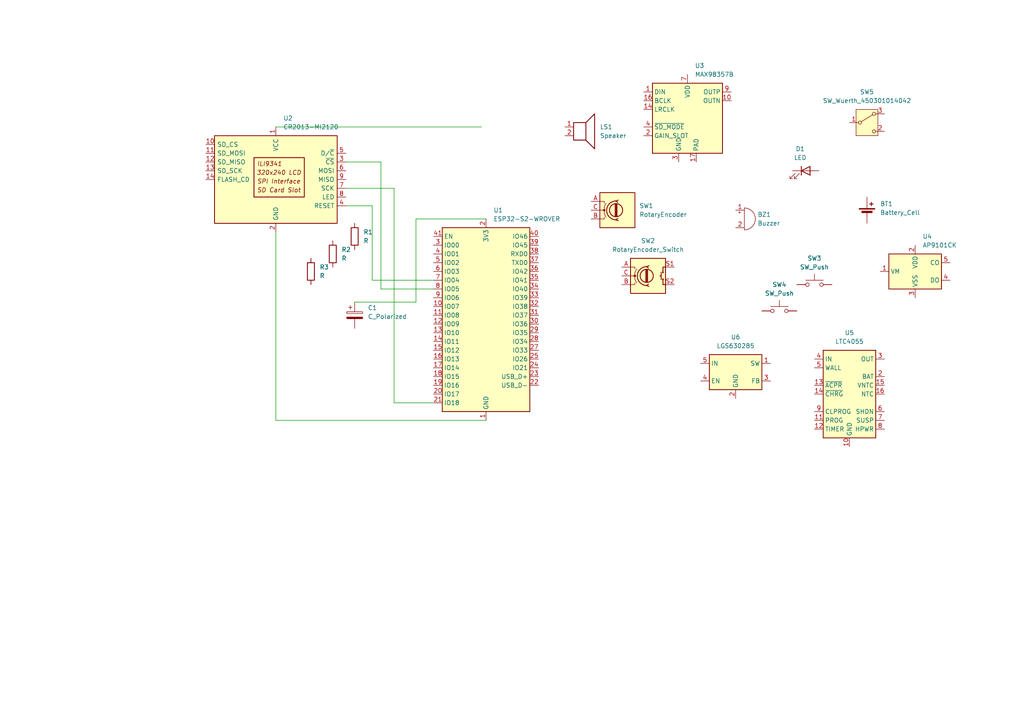
<source format=kicad_sch>
(kicad_sch (version 20250114) (generator "eeschema") (generator_version "9.0")
  (paper "A4")
  (lib_symbols
    (symbol "Audio:MAX98357B"
      (property "Reference" "U" (at -8.89 11.43 0))
      (property "Value" "MAX98357B" (at 10.16 11.43 0))
      (symbol "MAX98357B_1_1"
        (rectangle (start -10.16 10.16) (end 10.16 -10.16) (stroke (width 0.254)) (fill (type background)))
        (pin input line (at -12.7 7.62 0) (length 2.54) (name "DIN") (number "1"))
        (pin input line (at -12.7 5.08 0) (length 2.54) (name "BCLK") (number "16"))
        (pin input line (at -12.7 2.54 0) (length 2.54) (name "LRCLK") (number "14"))
        (pin input line (at -12.7 -2.54 0) (length 2.54) (name "~{SD_MODE}") (number "4"))
        (pin passive line (at -12.7 -5.08 0) (length 2.54) (name "GAIN_SLOT") (number "2"))
        (pin passive line (at -2.54 -12.7 90) (length 2.54) (hide yes) (name "GND") (number "11"))
        (pin passive line (at -2.54 -12.7 90) (length 2.54) (hide yes) (name "GND") (number "15"))
        (pin power_in line (at -2.54 -12.7 90) (length 2.54) (name "GND") (number "3"))
        (pin power_in line (at 0 12.7 270) (length 2.54) (name "VDD") (number "7"))
        (pin passive line (at 0 12.7 270) (length 2.54) (hide yes) (name "VDD") (number "8"))
        (pin unspecified line (at 2.54 -12.7 90) (length 2.54) (name "PAD") (number "17"))
        (pin no_connect line (at 10.16 2.54 180) (length 2.54) (hide yes) (name "NC") (number "5"))
        (pin no_connect line (at 10.16 0 180) (length 2.54) (hide yes) (name "NC") (number "6"))
        (pin no_connect line (at 10.16 -5.08 180) (length 2.54) (hide yes) (name "NC") (number "12"))
        (pin no_connect line (at 10.16 -7.62 180) (length 2.54) (hide yes) (name "NC") (number "13"))
        (pin output line (at 12.7 7.62 180) (length 2.54) (name "OUTP") (number "9"))
        (pin output line (at 12.7 5.08 180) (length 2.54) (name "OUTN") (number "10"))
      )
    )
    (symbol "Battery_Management:AP9101CK"
      (property "Reference" "U" (at -7.62 6.35 0))
      (property "Value" "AP9101CK" (at 6.35 6.35 0))
      (symbol "AP9101CK_0_1"
        (rectangle (start -7.62 5.08) (end 7.62 -5.08) (stroke (width 0.254)) (fill (type background)))
      )
      (symbol "AP9101CK_1_1"
        (pin passive line (at -10.16 0 0) (length 2.54) (name "VM") (number "1"))
        (pin power_in line (at 0 7.62 270) (length 2.54) (name "VDD") (number "2"))
        (pin power_in line (at 0 -7.62 90) (length 2.54) (name "VSS") (number "3"))
        (pin output line (at 10.16 2.54 180) (length 2.54) (name "CO") (number "5"))
        (pin output line (at 10.16 -2.54 180) (length 2.54) (name "DO") (number "4"))
      )
    )
    (symbol "Battery_Management:LTC4055"
      (property "Reference" "U" (at -6.35 13.97 0))
      (property "Value" "LTC4055" (at 3.81 13.97 0))
      (symbol "LTC4055_0_1"
        (rectangle (start -7.62 12.7) (end 7.62 -12.7) (stroke (width 0.254)) (fill (type background)))
      )
      (symbol "LTC4055_1_1"
        (pin passive line (at -10.16 10.16 0) (length 2.54) (hide yes) (name "IN") (number "1"))
        (pin power_in line (at -10.16 10.16 0) (length 2.54) (name "IN") (number "4"))
        (pin input line (at -10.16 7.62 0) (length 2.54) (name "WALL") (number "5"))
        (pin open_collector line (at -10.16 2.54 0) (length 2.54) (name "~{ACPR}") (number "13"))
        (pin open_collector line (at -10.16 0 0) (length 2.54) (name "~{CHRG}") (number "14"))
        (pin passive line (at -10.16 -5.08 0) (length 2.54) (name "CLPROG") (number "9"))
        (pin passive line (at -10.16 -7.62 0) (length 2.54) (name "PROG") (number "11"))
        (pin passive line (at -10.16 -10.16 0) (length 2.54) (name "TIMER") (number "12"))
        (pin power_in line (at 0 -15.24 90) (length 2.54) (name "GND") (number "10"))
        (pin passive line (at 0 -15.24 90) (length 2.54) (hide yes) (name "GND") (number "17"))
        (pin passive line (at 10.16 10.16 180) (length 2.54) (name "OUT") (number "3"))
        (pin passive line (at 10.16 5.08 180) (length 2.54) (name "BAT") (number "2"))
        (pin output line (at 10.16 2.54 180) (length 2.54) (name "VNTC") (number "15"))
        (pin input line (at 10.16 0 180) (length 2.54) (name "NTC") (number "16"))
        (pin input line (at 10.16 -5.08 180) (length 2.54) (name "SHDN") (number "6"))
        (pin input line (at 10.16 -7.62 180) (length 2.54) (name "SUSP") (number "7"))
        (pin input line (at 10.16 -10.16 180) (length 2.54) (name "HPWR") (number "8"))
      )
    )
    (symbol "Device:Battery_Cell" (pin_numbers (hide yes)) (pin_names (offset 0) (hide yes))
      (property "Reference" "BT" (at 2.54 2.54 0))
      (property "Value" "Battery_Cell" (at 2.54 0 0))
      (symbol "Battery_Cell_0_1"
        (rectangle (start -2.286 1.778) (end 2.286 1.524) (fill (type outline)))
        (rectangle (start -1.524 1.016) (end 1.524 0.508) (fill (type outline)))
        (polyline (pts (xy 0 1.778) (xy 0 2.54)))
        (polyline (pts (xy 0 0.762) (xy 0 0)))
        (polyline (pts (xy 0.762 3.048) (xy 1.778 3.048)) (stroke (width 0.254)))
        (polyline (pts (xy 1.27 3.556) (xy 1.27 2.54)) (stroke (width 0.254)))
      )
      (symbol "Battery_Cell_1_1"
        (pin passive line (at 0 5.08 270) (length 2.54) (name "+") (number "1"))
        (pin passive line (at 0 -2.54 90) (length 2.54) (name "-") (number "2"))
      )
    )
    (symbol "Device:Buzzer" (pin_names (offset 0.0254) (hide yes))
      (property "Reference" "BZ" (at 3.81 1.27 0))
      (property "Value" "Buzzer" (at 3.81 -1.27 0))
      (symbol "Buzzer_0_1"
        (polyline (pts (xy -1.651 1.905) (xy -1.143 1.905)))
        (polyline (pts (xy -1.397 2.159) (xy -1.397 1.651)))
        (arc (start 0 3.175) (mid 3.1612 0) (end 0 -3.175))
        (polyline (pts (xy 0 3.175) (xy 0 -3.175)))
      )
      (symbol "Buzzer_1_1"
        (pin passive line (at -2.54 2.54 0) (length 2.54) (name "+") (number "1"))
        (pin passive line (at -2.54 -2.54 0) (length 2.54) (name "-") (number "2"))
      )
    )
    (symbol "Device:C_Polarized" (pin_numbers (hide yes)) (pin_names (offset 0.254))
      (property "Reference" "C" (at 0.635 2.54 0))
      (property "Value" "C_Polarized" (at 0.635 -2.54 0))
      (symbol "C_Polarized_0_1"
        (rectangle (start -2.286 0.508) (end 2.286 1.016))
        (polyline (pts (xy -1.778 2.286) (xy -0.762 2.286)))
        (polyline (pts (xy -1.27 2.794) (xy -1.27 1.778)))
        (rectangle (start 2.286 -0.508) (end -2.286 -1.016) (fill (type outline)))
      )
      (symbol "C_Polarized_1_1"
        (pin passive line (at 0 3.81 270) (length 2.794) (name "~") (number "1"))
        (pin passive line (at 0 -3.81 90) (length 2.794) (name "~") (number "2"))
      )
    )
    (symbol "Device:LED" (pin_numbers (hide yes)) (pin_names (offset 1.016) (hide yes))
      (property "Reference" "D" (at 0 2.54 0))
      (property "Value" "LED" (at 0 -2.54 0))
      (symbol "LED_0_1"
        (polyline (pts (xy -3.048 -0.762) (xy -4.572 -2.286) (xy -3.81 -2.286) (xy -4.572 -2.286) (xy -4.572 -1.524)))
        (polyline (pts (xy -1.778 -0.762) (xy -3.302 -2.286) (xy -2.54 -2.286) (xy -3.302 -2.286) (xy -3.302 -1.524)))
        (polyline (pts (xy -1.27 0) (xy 1.27 0)))
        (polyline (pts (xy -1.27 -1.27) (xy -1.27 1.27)) (stroke (width 0.254)))
        (polyline (pts (xy 1.27 -1.27) (xy 1.27 1.27) (xy -1.27 0) (xy 1.27 -1.27)) (stroke (width 0.254)))
      )
      (symbol "LED_1_1"
        (pin passive line (at -3.81 0 0) (length 2.54) (name "K") (number "1"))
        (pin passive line (at 3.81 0 180) (length 2.54) (name "A") (number "2"))
      )
    )
    (symbol "Device:R" (pin_numbers (hide yes)) (pin_names (offset 0))
      (property "Reference" "R" (at 2.032 0 90))
      (property "Value" "R" (at 0 0 90))
      (symbol "R_0_1"
        (rectangle (start -1.016 -2.54) (end 1.016 2.54) (stroke (width 0.254)))
      )
      (symbol "R_1_1"
        (pin passive line (at 0 3.81 270) (length 1.27) (name "~") (number "1"))
        (pin passive line (at 0 -3.81 90) (length 1.27) (name "~") (number "2"))
      )
    )
    (symbol "Device:RotaryEncoder" (pin_names (offset 0.254) (hide yes))
      (property "Reference" "SW" (at 0 6.604 0))
      (property "Value" "RotaryEncoder" (at 0 -6.604 0))
      (symbol "RotaryEncoder_0_1"
        (rectangle (start -5.08 5.08) (end 5.08 -5.08) (stroke (width 0.254)) (fill (type background)))
        (polyline (pts (xy -5.08 2.54) (xy -3.81 2.54) (xy -3.81 2.032)))
        (polyline (pts (xy -5.08 0) (xy -3.81 0) (xy -3.81 -1.016) (xy -3.302 -2.032)))
        (polyline (pts (xy -5.08 -2.54) (xy -3.81 -2.54) (xy -3.81 -2.032)))
        (polyline (pts (xy -4.318 0) (xy -3.81 0) (xy -3.81 1.016) (xy -3.302 2.032)))
        (circle (center -3.81 0) (radius 0.254) (fill (type outline)))
        (polyline (pts (xy -0.635 -1.778) (xy -0.635 1.778)) (stroke (width 0.254)))
        (circle (center -0.381 0) (radius 1.905) (stroke (width 0.254)))
        (polyline (pts (xy -0.381 -1.778) (xy -0.381 1.778)) (stroke (width 0.254)))
        (arc (start -0.381 -2.794) (mid -3.0988 -0.0635) (end -0.381 2.667) (stroke (width 0.254)))
        (polyline (pts (xy -0.127 1.778) (xy -0.127 -1.778)) (stroke (width 0.254)))
        (polyline (pts (xy 0.254 2.921) (xy -0.508 2.667) (xy 0.127 2.286)) (stroke (width 0.254)))
        (polyline (pts (xy 0.254 -3.048) (xy -0.508 -2.794) (xy 0.127 -2.413)) (stroke (width 0.254)))
      )
      (symbol "RotaryEncoder_1_1"
        (pin passive line (at -7.62 2.54 0) (length 2.54) (name "A") (number "A"))
        (pin passive line (at -7.62 0 0) (length 2.54) (name "C") (number "C"))
        (pin passive line (at -7.62 -2.54 0) (length 2.54) (name "B") (number "B"))
      )
    )
    (symbol "Device:RotaryEncoder_Switch" (pin_names (offset 0.254) (hide yes))
      (property "Reference" "SW" (at 0 6.604 0))
      (property "Value" "RotaryEncoder_Switch" (at 0 -6.604 0))
      (symbol "RotaryEncoder_Switch_0_1"
        (rectangle (start -5.08 5.08) (end 5.08 -5.08) (stroke (width 0.254)) (fill (type background)))
        (polyline (pts (xy -5.08 2.54) (xy -3.81 2.54) (xy -3.81 2.032)))
        (polyline (pts (xy -5.08 0) (xy -3.81 0) (xy -3.81 -1.016) (xy -3.302 -2.032)))
        (polyline (pts (xy -5.08 -2.54) (xy -3.81 -2.54) (xy -3.81 -2.032)))
        (polyline (pts (xy -4.318 0) (xy -3.81 0) (xy -3.81 1.016) (xy -3.302 2.032)))
        (circle (center -3.81 0) (radius 0.254) (fill (type outline)))
        (polyline (pts (xy -0.635 -1.778) (xy -0.635 1.778)) (stroke (width 0.254)))
        (circle (center -0.381 0) (radius 1.905) (stroke (width 0.254)))
        (polyline (pts (xy -0.381 -1.778) (xy -0.381 1.778)) (stroke (width 0.254)))
        (arc (start -0.381 -2.794) (mid -3.0988 -0.0635) (end -0.381 2.667) (stroke (width 0.254)))
        (polyline (pts (xy -0.127 1.778) (xy -0.127 -1.778)) (stroke (width 0.254)))
        (polyline (pts (xy 0.254 2.921) (xy -0.508 2.667) (xy 0.127 2.286)) (stroke (width 0.254)))
        (polyline (pts (xy 0.254 -3.048) (xy -0.508 -2.794) (xy 0.127 -2.413)) (stroke (width 0.254)))
        (polyline (pts (xy 3.81 1.016) (xy 3.81 -1.016)) (stroke (width 0.254)))
        (polyline (pts (xy 3.81 0) (xy 3.429 0)) (stroke (width 0.254)))
        (circle (center 4.318 1.016) (radius 0.127) (stroke (width 0.254)))
        (circle (center 4.318 -1.016) (radius 0.127) (stroke (width 0.254)))
        (polyline (pts (xy 5.08 2.54) (xy 4.318 2.54) (xy 4.318 1.016)) (stroke (width 0.254)))
        (polyline (pts (xy 5.08 -2.54) (xy 4.318 -2.54) (xy 4.318 -1.016)) (stroke (width 0.254)))
      )
      (symbol "RotaryEncoder_Switch_1_1"
        (pin passive line (at -7.62 2.54 0) (length 2.54) (name "A") (number "A"))
        (pin passive line (at -7.62 0 0) (length 2.54) (name "C") (number "C"))
        (pin passive line (at -7.62 -2.54 0) (length 2.54) (name "B") (number "B"))
        (pin passive line (at 7.62 2.54 180) (length 2.54) (name "S1") (number "S1"))
        (pin passive line (at 7.62 -2.54 180) (length 2.54) (name "S2") (number "S2"))
      )
    )
    (symbol "Device:Speaker" (pin_names (offset 0) (hide yes))
      (property "Reference" "LS" (at 1.27 5.715 0))
      (property "Value" "Speaker" (at 1.27 3.81 0))
      (symbol "Speaker_0_0"
        (rectangle (start -2.54 1.27) (end 1.016 -3.81) (stroke (width 0.254)))
        (polyline (pts (xy 1.016 1.27) (xy 3.556 3.81) (xy 3.556 -6.35) (xy 1.016 -3.81)) (stroke (width 0.254)))
      )
      (symbol "Speaker_1_1"
        (pin input line (at -5.08 0 0) (length 2.54) (name "1") (number "1"))
        (pin input line (at -5.08 -2.54 0) (length 2.54) (name "2") (number "2"))
      )
    )
    (symbol "Driver_Display:CR2013-MI2120" (pin_names (offset 0.762))
      (property "Reference" "U" (at -17.526 13.97 0))
      (property "Value" "CR2013-MI2120" (at 1.905 13.97 0))
      (symbol "CR2013-MI2120_0_0"
        (text "ILI9341" (at -5.461 4.572 0) (effects (font (size 1.27 1.27) (italic yes)) (justify left)))
        (text "SPI Interface" (at -5.461 -0.508 0) (effects (font (size 1.27 1.27) (italic yes)) (justify left)))
        (text "SD Card Slot" (at -5.461 -3.048 0) (effects (font (size 1.27 1.27) (italic yes)) (justify left)))
        (text "320x240 LCD" (at 0.889 2.032 0) (effects (font (size 1.27 1.27) (italic yes))))
      )
      (symbol "CR2013-MI2120_0_1"
        (rectangle (start -17.78 12.7) (end 17.78 -12.7) (stroke (width 0.254)) (fill (type background)))
        (rectangle (start -6.35 6.35) (end 8.255 -5.08) (stroke (width 0.254)))
      )
      (symbol "CR2013-MI2120_1_1"
        (pin input line (at -20.32 10.16 0) (length 2.54) (name "SD_CS") (number "10"))
        (pin input line (at -20.32 7.62 0) (length 2.54) (name "SD_MOSI") (number "11"))
        (pin output line (at -20.32 5.08 0) (length 2.54) (name "SD_MISO") (number "12"))
        (pin input line (at -20.32 2.54 0) (length 2.54) (name "SD_SCK") (number "13"))
        (pin input line (at -20.32 0 0) (length 2.54) (name "FLASH_CD") (number "14"))
        (pin power_in line (at 0 15.24 270) (length 2.54) (name "VCC") (number "1"))
        (pin power_in line (at 0 -15.24 90) (length 2.54) (name "GND") (number "2"))
        (pin input line (at 20.32 7.62 180) (length 2.54) (name "D/~{C}") (number "5"))
        (pin input line (at 20.32 5.08 180) (length 2.54) (name "~{CS}") (number "3"))
        (pin input line (at 20.32 2.54 180) (length 2.54) (name "MOSI") (number "6"))
        (pin output line (at 20.32 0 180) (length 2.54) (name "MISO") (number "9"))
        (pin input line (at 20.32 -2.54 180) (length 2.54) (name "SCK") (number "7"))
        (pin input line (at 20.32 -5.08 180) (length 2.54) (name "LED") (number "8"))
        (pin input line (at 20.32 -7.62 180) (length 2.54) (name "RESET") (number "4"))
      )
    )
    (symbol "RF_Module:ESP32-S2-WROVER"
      (property "Reference" "U" (at -12.7 29.21 0))
      (property "Value" "ESP32-S2-WROVER" (at 2.54 29.21 0))
      (symbol "ESP32-S2-WROVER_0_1"
        (rectangle (start -12.7 27.94) (end 12.7 -25.4) (stroke (width 0.254)) (fill (type background)))
      )
      (symbol "ESP32-S2-WROVER_1_1"
        (pin input line (at -15.24 25.4 0) (length 2.54) (name "EN") (number "41"))
        (pin bidirectional line (at -15.24 22.86 0) (length 2.54) (name "IO00") (number "3"))
        (pin bidirectional line (at -15.24 20.32 0) (length 2.54) (name "IO01") (number "4"))
        (pin bidirectional line (at -15.24 17.78 0) (length 2.54) (name "IO02") (number "5"))
        (pin bidirectional line (at -15.24 15.24 0) (length 2.54) (name "IO03") (number "6"))
        (pin bidirectional line (at -15.24 12.7 0) (length 2.54) (name "IO04") (number "7"))
        (pin bidirectional line (at -15.24 10.16 0) (length 2.54) (name "IO05") (number "8"))
        (pin bidirectional line (at -15.24 7.62 0) (length 2.54) (name "IO06") (number "9"))
        (pin bidirectional line (at -15.24 5.08 0) (length 2.54) (name "IO07") (number "10"))
        (pin bidirectional line (at -15.24 2.54 0) (length 2.54) (name "IO08") (number "11"))
        (pin bidirectional line (at -15.24 0 0) (length 2.54) (name "IO09") (number "12"))
        (pin bidirectional line (at -15.24 -2.54 0) (length 2.54) (name "IO10") (number "13"))
        (pin bidirectional line (at -15.24 -5.08 0) (length 2.54) (name "IO11") (number "14"))
        (pin bidirectional line (at -15.24 -7.62 0) (length 2.54) (name "IO12") (number "15"))
        (pin bidirectional line (at -15.24 -10.16 0) (length 2.54) (name "IO13") (number "16"))
        (pin bidirectional line (at -15.24 -12.7 0) (length 2.54) (name "IO14") (number "17"))
        (pin bidirectional line (at -15.24 -15.24 0) (length 2.54) (name "IO15") (number "18"))
        (pin bidirectional line (at -15.24 -17.78 0) (length 2.54) (name "IO16") (number "19"))
        (pin bidirectional line (at -15.24 -20.32 0) (length 2.54) (name "IO17") (number "20"))
        (pin bidirectional line (at -15.24 -22.86 0) (length 2.54) (name "IO18") (number "21"))
        (pin power_in line (at 0 30.48 270) (length 2.54) (name "3V3") (number "2"))
        (pin power_in line (at 0 -27.94 90) (length 2.54) (name "GND") (number "1"))
        (pin passive line (at 0 -27.94 90) (length 2.54) (hide yes) (name "GND") (number "26"))
        (pin passive line (at 0 -27.94 90) (length 2.54) (hide yes) (name "GND") (number "42"))
        (pin passive line (at 0 -27.94 90) (length 2.54) (hide yes) (name "GND") (number "43"))
        (pin input line (at 15.24 25.4 180) (length 2.54) (name "IO46") (number "40"))
        (pin bidirectional line (at 15.24 22.86 180) (length 2.54) (name "IO45") (number "39"))
        (pin bidirectional line (at 15.24 20.32 180) (length 2.54) (name "RXD0") (number "38"))
        (pin bidirectional line (at 15.24 17.78 180) (length 2.54) (name "TXD0") (number "37"))
        (pin bidirectional line (at 15.24 15.24 180) (length 2.54) (name "IO42") (number "36"))
        (pin bidirectional line (at 15.24 12.7 180) (length 2.54) (name "IO41") (number "35"))
        (pin bidirectional line (at 15.24 10.16 180) (length 2.54) (name "IO40") (number "34"))
        (pin bidirectional line (at 15.24 7.62 180) (length 2.54) (name "IO39") (number "33"))
        (pin bidirectional line (at 15.24 5.08 180) (length 2.54) (name "IO38") (number "32"))
        (pin bidirectional line (at 15.24 2.54 180) (length 2.54) (name "IO37") (number "31"))
        (pin bidirectional line (at 15.24 0 180) (length 2.54) (name "IO36") (number "30"))
        (pin bidirectional line (at 15.24 -2.54 180) (length 2.54) (name "IO35") (number "29"))
        (pin bidirectional line (at 15.24 -5.08 180) (length 2.54) (name "IO34") (number "28"))
        (pin bidirectional line (at 15.24 -7.62 180) (length 2.54) (name "IO33") (number "27"))
        (pin bidirectional line (at 15.24 -10.16 180) (length 2.54) (name "IO26") (number "25"))
        (pin bidirectional line (at 15.24 -12.7 180) (length 2.54) (name "IO21") (number "24"))
        (pin bidirectional line (at 15.24 -15.24 180) (length 2.54) (name "USB_D+") (number "23"))
        (pin bidirectional line (at 15.24 -17.78 180) (length 2.54) (name "USB_D-") (number "22"))
      )
    )
    (symbol "Regulator_Switching:LGS6302B5"
      (property "Reference" "U" (at -7.62 6.35 0))
      (property "Value" "LGS6302B5" (at 2.54 6.35 0))
      (symbol "LGS6302B5_0_1"
        (rectangle (start -7.62 5.08) (end 7.62 -5.08) (stroke (width 0.254)) (fill (type background)))
      )
      (symbol "LGS6302B5_1_1"
        (pin power_in line (at -10.16 2.54 0) (length 2.54) (name "IN") (number "5"))
        (pin input line (at -10.16 -2.54 0) (length 2.54) (name "EN") (number "4"))
        (pin power_in line (at 0 -7.62 90) (length 2.54) (name "GND") (number "2"))
        (pin output line (at 10.16 2.54 180) (length 2.54) (name "SW") (number "1"))
        (pin input line (at 10.16 -2.54 180) (length 2.54) (name "FB") (number "3"))
      )
    )
    (symbol "Switch:SW_Push" (pin_numbers (hide yes)) (pin_names (offset 1.016) (hide yes))
      (property "Reference" "SW" (at 1.27 2.54 0))
      (property "Value" "SW_Push" (at 0 -1.524 0))
      (symbol "SW_Push_0_1"
        (circle (center -2.032 0) (radius 0.508))
        (polyline (pts (xy 0 1.27) (xy 0 3.048)))
        (circle (center 2.032 0) (radius 0.508))
        (polyline (pts (xy 2.54 1.27) (xy -2.54 1.27)))
        (pin passive line (at -5.08 0 0) (length 2.54) (name "1") (number "1"))
        (pin passive line (at 5.08 0 180) (length 2.54) (name "2") (number "2"))
      )
    )
    (symbol "Switch:SW_Wuerth_450301014042" (pin_names (offset 1) (hide yes))
      (property "Reference" "SW" (at 0 5.08 0))
      (property "Value" "SW_Wuerth_450301014042" (at 0 -5.08 0))
      (symbol "SW_Wuerth_450301014042_0_1"
        (circle (center -2.032 0) (radius 0.4572))
        (polyline (pts (xy -1.651 0.254) (xy 1.651 2.286)))
        (circle (center 2.032 2.54) (radius 0.4572))
        (circle (center 2.032 -2.54) (radius 0.4572))
      )
      (symbol "SW_Wuerth_450301014042_1_1"
        (rectangle (start -3.175 3.81) (end 3.175 -3.81) (fill (type background)))
        (pin passive line (at -5.08 0 0) (length 2.54) (name "B") (number "1"))
        (pin passive line (at 5.08 2.54 180) (length 2.54) (name "A") (number "3"))
        (pin passive line (at 5.08 -2.54 180) (length 2.54) (name "C") (number "2"))
      )
    )
  )
  (wire (pts (xy 107.95 59.69) (xy 107.95 81.28)))
  (wire (pts (xy 80.01 121.92) (xy 140.97 121.92)))
  (wire (pts (xy 125.73 83.82) (xy 110.49 83.82)))
  (wire (pts (xy 110.49 46.99) (xy 100.33 46.99)))
  (wire (pts (xy 110.49 83.82) (xy 110.49 46.99)))
  (wire (pts (xy 114.3 116.84) (xy 125.73 116.84)))
  (wire (pts (xy 139.7 36.83) (xy 80.01 36.83)))
  (wire (pts (xy 140.97 63.5) (xy 120.65 63.5)))
  (wire (pts (xy 100.33 54.61) (xy 114.3 54.61)))
  (wire (pts (xy 107.95 81.28) (xy 125.73 81.28)))
  (wire (pts (xy 120.65 63.5) (xy 120.65 87.63)))
  (wire (pts (xy 100.33 59.69) (xy 107.95 59.69)))
  (wire (pts (xy 120.65 87.63) (xy 102.87 87.63)))
  (wire (pts (xy 114.3 54.61) (xy 114.3 116.84)))
  (wire (pts (xy 80.01 67.31) (xy 80.01 121.92)))
  (symbol (lib_id "Driver_Display:CR2013-MI2120") (at 80.01 52.07 0) (unit 1)
    (property "Reference" "U2" (at 82.1533 34.29 0) (effects (justify left)))
    (property "Value" "CR2013-MI2120" (at 82.1533 36.83 0) (effects (justify left)))
    (property "Footprint" "Display:CR2013-MI2120" (effects (hide yes)))
    (property "Datasheet" "http://pan.baidu.com/s/11Y990" (effects (hide yes)))
    (property "Description" "ILI9341 controller, SPI TFT LCD Display, 9-pin breakout PCB, 4-pin SD card interface, 5V/3.3V" (effects (hide yes)))
  )
  (symbol (lib_id "Device:R") (at 102.87 68.58 0) (unit 1)
    (property "Reference" "R1" (at 105.41 67.3099 0) (effects (justify left)))
    (property "Value" "R" (at 105.41 69.8499 0) (effects (justify left)))
    (property "Description" "Resistor" (effects (hide yes)))
  )
  (symbol (lib_id "Device:C_Polarized") (at 102.87 91.44 0) (unit 1) (on_board no)
    (property "Reference" "C1" (at 106.68 89.2809 0) (effects (justify left)))
    (property "Value" "C_Polarized" (at 106.68 91.8209 0) (effects (justify left)))
    (property "Description" "Polarized capacitor" (effects (hide yes)))
  )
  (symbol (lib_id "Regulator_Switching:LGS6302B5") (at 213.36 107.95 0) (unit 1)
    (property "Reference" "U6" (at 213.36 97.79 0))
    (property "Value" "LGS6302B5" (at 213.36 100.33 0))
    (property "Footprint" "Package_TO_SOT_SMD:SOT-23-5" (effects (hide yes)))
    (property "Datasheet" "https://datasheet.lcsc.com/lcsc/2304071430_Legend-Si-LGS6302_C5123975.pdf" (effects (hide yes)))
    (property "Description" "1.5A, 1.2MHz Boost DC/DC Converter, adjustable 3-60V output voltage, SOT-23-5" (effects (hide yes)))
  )
  (symbol (lib_id "Switch:SW_Wuerth_450301014042") (at 251.46 35.56 0) (unit 1)
    (property "Reference" "SW5" (at 251.46 26.67 0))
    (property "Value" "SW_Wuerth_450301014042" (at 251.46 29.21 0))
    (property "Footprint" "Button_Switch_THT:SW_Slide-03_Wuerth-WS-SLTV_10x2.5x6.4_P2.54mm" (effects (hide yes)))
    (property "Datasheet" "https://www.we-online.com/components/products/datasheet/450301014042.pdf" (effects (hide yes)))
    (property "Description" "Switch slide, single pole double throw" (effects (hide yes)))
  )
  (symbol (lib_id "Battery_Management:AP9101CK") (at 265.43 78.74 0) (unit 1)
    (property "Reference" "U4" (at 267.5733 68.58 0) (effects (justify left)))
    (property "Value" "AP9101CK" (at 267.5733 71.12 0) (effects (justify left)))
    (property "Footprint" "Package_TO_SOT_SMD:SOT-23-5" (effects (hide yes)))
    (property "Datasheet" "https://www.diodes.com/assets/Datasheets/AP9101C.pdf" (effects (hide yes)))
    (property "Description" "Li+ Battery Protection IC for Single Cell Pack, SOT-23-5" (effects (hide yes)))
  )
  (symbol (lib_id "Device:R") (at 96.52 73.66 0) (unit 1)
    (property "Reference" "R2" (at 99.06 72.3899 0) (effects (justify left)))
    (property "Value" "R" (at 99.06 74.9299 0) (effects (justify left)))
    (property "Description" "Resistor" (effects (hide yes)))
  )
  (symbol (lib_id "Switch:SW_Push") (at 226.06 90.17 0) (unit 1)
    (property "Reference" "SW4" (at 226.06 82.55 0))
    (property "Value" "SW_Push" (at 226.06 85.09 0))
    (property "Description" "Push button switch, generic, two pins" (effects (hide yes)))
  )
  (symbol (lib_id "Audio:MAX98357B") (at 199.39 34.29 0) (unit 1)
    (property "Reference" "U3" (at 201.5333 19.05 0) (effects (justify left)))
    (property "Value" "MAX98357B" (at 201.5333 21.59 0) (effects (justify left)))
    (property "Footprint" "Package_DFN_QFN:TQFN-16-1EP_3x3mm_P0.5mm_EP1.23x1.23mm" (effects (hide yes)))
    (property "Datasheet" "https://www.analog.com/media/en/technical-documentation/data-sheets/MAX98357A-MAX98357B.pdf" (effects (hide yes)))
    (property "Description" "Mono DAC with amplifier, I2S, left-justified, TDM, 32-bit, 96khz, 3.2W, TQFP-16" (effects (hide yes)))
  )
  (symbol (lib_id "Device:Speaker") (at 168.91 36.83 0) (unit 1)
    (property "Reference" "LS1" (at 173.99 36.8299 0) (effects (justify left)))
    (property "Value" "Speaker" (at 173.99 39.3699 0) (effects (justify left)))
    (property "Description" "Speaker" (effects (hide yes)))
  )
  (symbol (lib_id "Switch:SW_Push") (at 236.22 82.55 0) (unit 1)
    (property "Reference" "SW3" (at 236.22 74.93 0))
    (property "Value" "SW_Push" (at 236.22 77.47 0))
    (property "Description" "Push button switch, generic, two pins" (effects (hide yes)))
  )
  (symbol (lib_id "Device:LED") (at 233.68 49.53 0) (unit 1)
    (property "Reference" "D1" (at 232.0925 43.18 0))
    (property "Value" "LED" (at 232.0925 45.72 0))
    (property "Description" "Light emitting diode" (effects (hide yes)))
    (property "Sim.Pins" "1=K 2=A" (effects (hide yes)))
  )
  (symbol (lib_id "Battery_Management:LTC4055") (at 246.38 114.3 0) (unit 1)
    (property "Reference" "U5" (at 246.38 96.52 0))
    (property "Value" "LTC4055" (at 246.38 99.06 0))
    (property "Footprint" "Package_DFN_QFN:QFN-16-1EP_4x4mm_P0.65mm_EP2.15x2.15mm" (effects (hide yes)))
    (property "Datasheet" "https://www.analog.com/media/en/technical-documentation/data-sheets/4055fb.pdf" (effects (hide yes)))
    (property "Description" "USB Power Controller and Li-Ion Charger (4.2V Float Voltage)" (effects (hide yes)))
  )
  (symbol (lib_id "Device:RotaryEncoder") (at 179.07 60.96 0) (unit 1)
    (property "Reference" "SW1" (at 185.42 59.6899 0) (effects (justify left)))
    (property "Value" "RotaryEncoder" (at 185.42 62.2299 0) (effects (justify left)))
    (property "Description" "Rotary encoder, dual channel, incremental quadrate outputs" (effects (hide yes)))
  )
  (symbol (lib_id "Device:RotaryEncoder_Switch") (at 187.96 80.01 0) (unit 1)
    (property "Reference" "SW2" (at 187.96 69.85 0))
    (property "Value" "RotaryEncoder_Switch" (at 187.96 72.39 0))
    (property "Description" "Rotary encoder, dual channel, incremental quadrate outputs, with switch" (effects (hide yes)))
  )
  (symbol (lib_id "RF_Module:ESP32-S2-WROVER") (at 140.97 93.98 0) (unit 1)
    (property "Reference" "U1" (at 143.1133 60.96 0) (effects (justify left)))
    (property "Value" "ESP32-S2-WROVER" (at 143.1133 63.5 0) (effects (justify left)))
    (property "Footprint" "RF_Module:ESP32-S2-WROVER" (effects (hide yes)))
    (property "Datasheet" "https://www.espressif.com/sites/default/files/documentation/esp32-s2-wroom_esp32-s2-wroom-i_datasheet_en.pdf" (effects (hide yes)))
    (property "Description" "RF Module, ESP32-D0WDQ6 SoC, Wi-Fi 802.11b/g/n, 32-bit, 2.7-3.6V, onboard antenna, SMD" (effects (hide yes)))
  )
  (symbol (lib_id "Device:R") (at 90.17 78.74 0) (unit 1)
    (property "Reference" "R3" (at 92.71 77.4699 0) (effects (justify left)))
    (property "Value" "R" (at 92.71 80.0099 0) (effects (justify left)))
    (property "Description" "Resistor" (effects (hide yes)))
  )
  (symbol (lib_id "Device:Buzzer") (at 215.9 63.5 0) (unit 1)
    (property "Reference" "BZ1" (at 219.71 62.2299 0) (effects (justify left)))
    (property "Value" "Buzzer" (at 219.71 64.7699 0) (effects (justify left)))
    (property "Description" "Buzzer, polarized" (effects (hide yes)))
  )
  (symbol (lib_id "Device:Battery_Cell") (at 251.46 62.23 0) (unit 1)
    (property "Reference" "BT1" (at 255.27 59.1184 0) (effects (justify left)))
    (property "Value" "Battery_Cell" (at 255.27 61.6584 0) (effects (justify left)))
    (property "Description" "Single-cell battery" (effects (hide yes)))
  )
)
</source>
